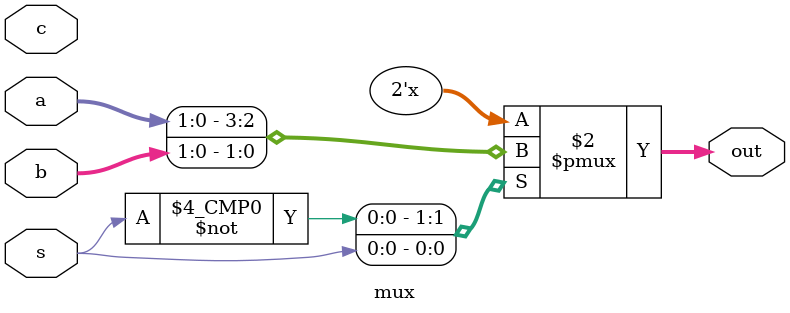
<source format=v>
module top_module (
    input clk,
    input reset,
    input [7:0] data_in,
    input select,
    output reg [7:0] final_output
);

wire [1:0] out2;
wire [1:0] out1;
wire [1:0] out0;
wire [1:0] mux_out; 

split_input split_input_inst (
    .in_vec(data_in),
    .out2(out2),
    .out1(out1),
    .out0(out0)
);

mux mux_inst (
    .a(out0),
    .b(out1),
    .c(out2),
    .s(select),
    .out(mux_out)
);

always @(posedge clk) begin
    if (reset) begin
        final_output <= 8'b00000000;
    end else begin
        final_output <= {6'b000000, mux_out}; 
    end
end

endmodule


module split_input (
    input wire [7:0] in_vec,
    output reg [1:0] out2,
    output reg [1:0] out1,
    output reg [1:0] out0
);

always @(*) begin
    out2 = in_vec[7:6];
    out1 = in_vec[5:4];
    out0 = in_vec[3:2];
end

endmodule

module mux (
    input [1:0] a, b, c,
    input s,
    output reg [1:0] out 
);

always @(*) begin
    case (s)
        1'b0: out = a;
        1'b1: out = b;
        default: out = 2'b00; 
    endcase
end

endmodule

</source>
